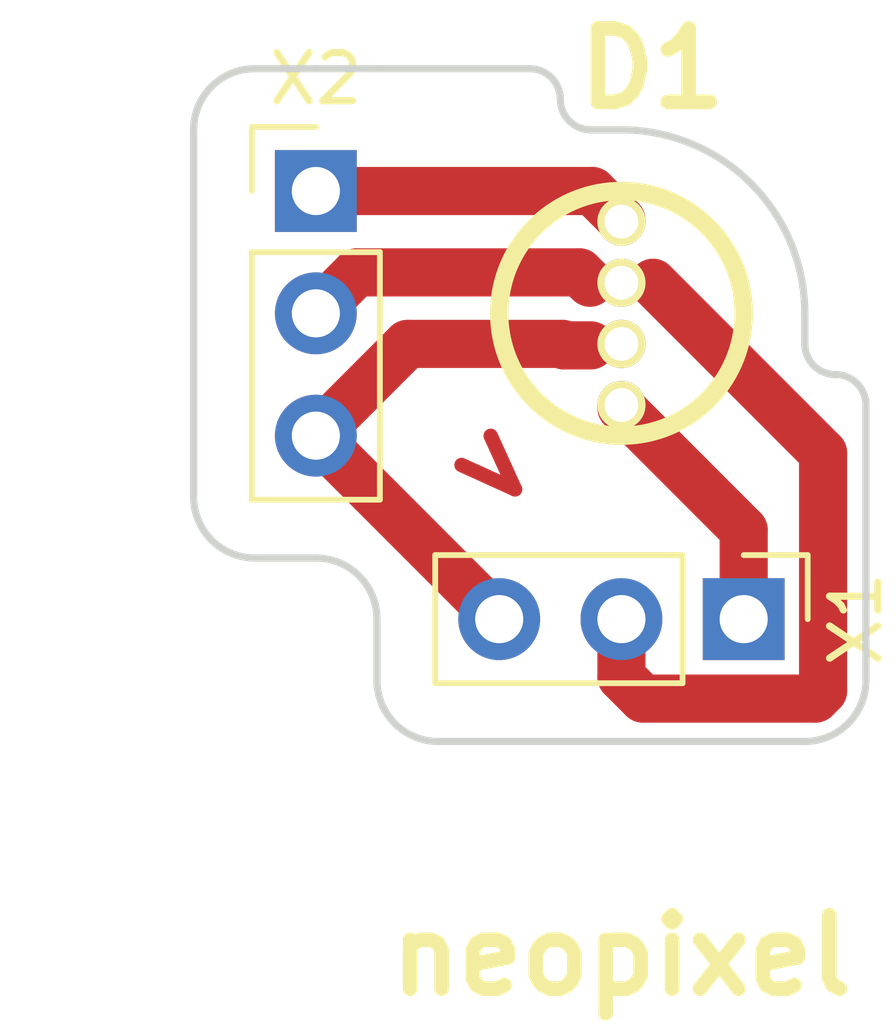
<source format=kicad_pcb>
(kicad_pcb (version 4) (host pcbnew 4.0.5)

  (general
    (links 6)
    (no_connects 3)
    (area 128.465 97.5408 147.65 119.1466)
    (thickness 1.6)
    (drawings 22)
    (tracks 19)
    (zones 0)
    (modules 3)
    (nets 5)
  )

  (page A4)
  (layers
    (0 F.Cu signal)
    (31 B.Cu signal)
    (32 B.Adhes user)
    (33 F.Adhes user)
    (34 B.Paste user)
    (35 F.Paste user)
    (36 B.SilkS user)
    (37 F.SilkS user)
    (38 B.Mask user)
    (39 F.Mask user)
    (40 Dwgs.User user)
    (41 Cmts.User user)
    (42 Eco1.User user)
    (43 Eco2.User user)
    (44 Edge.Cuts user)
    (45 Margin user)
    (46 B.CrtYd user)
    (47 F.CrtYd user)
    (48 B.Fab user)
    (49 F.Fab user)
  )

  (setup
    (last_trace_width 0.25)
    (trace_clearance 0.2)
    (zone_clearance 0.508)
    (zone_45_only no)
    (trace_min 0.2)
    (segment_width 0.2)
    (edge_width 0.15)
    (via_size 1.5)
    (via_drill 0.9)
    (via_min_size 0.4)
    (via_min_drill 0.3)
    (uvia_size 0.3)
    (uvia_drill 0.1)
    (uvias_allowed no)
    (uvia_min_size 0.2)
    (uvia_min_drill 0.1)
    (pcb_text_width 0.3)
    (pcb_text_size 1.5 1.5)
    (mod_edge_width 0.15)
    (mod_text_size 1 1)
    (mod_text_width 0.15)
    (pad_size 1.524 1.524)
    (pad_drill 0.762)
    (pad_to_mask_clearance 0.2)
    (aux_axis_origin 0 0)
    (visible_elements FFFFFF7F)
    (pcbplotparams
      (layerselection 0x01000_00000001)
      (usegerberextensions false)
      (excludeedgelayer true)
      (linewidth 0.100000)
      (plotframeref false)
      (viasonmask false)
      (mode 1)
      (useauxorigin false)
      (hpglpennumber 1)
      (hpglpenspeed 20)
      (hpglpendiameter 15)
      (hpglpenoverlay 2)
      (psnegative false)
      (psa4output false)
      (plotreference true)
      (plotvalue true)
      (plotinvisibletext false)
      (padsonsilk false)
      (subtractmaskfromsilk false)
      (outputformat 1)
      (mirror false)
      (drillshape 0)
      (scaleselection 1)
      (outputdirectory gerber/))
  )

  (net 0 "")
  (net 1 "Net-(D1-Pad1)")
  (net 2 GND)
  (net 3 +5V)
  (net 4 "Net-(D1-Pad4)")

  (net_class Default "This is the default net class."
    (clearance 0.2)
    (trace_width 0.25)
    (via_dia 1.5)
    (via_drill 0.9)
    (uvia_dia 0.3)
    (uvia_drill 0.1)
  )

  (net_class Power ""
    (clearance 0.3)
    (trace_width 1)
    (via_dia 1.5)
    (via_drill 0.9)
    (uvia_dia 0.3)
    (uvia_drill 0.1)
    (add_net +5V)
    (add_net GND)
    (add_net "Net-(D1-Pad1)")
    (add_net "Net-(D1-Pad4)")
  )

  (module LED5_RGB:LED5_RGB (layer F.Cu) (tedit 4C040376) (tstamp 58DD412D)
    (at 141.605 104.14 90)
    (path /58DD3308)
    (fp_text reference D1 (at 5.08 0.635 180) (layer F.SilkS)
      (effects (font (thickness 0.3048)))
    )
    (fp_text value neopixel (at -13.335 0 180) (layer F.SilkS)
      (effects (font (thickness 0.3048)))
    )
    (fp_circle (center 0 0) (end 2.54 0) (layer F.SilkS) (width 0.381))
    (pad 1 thru_hole circle (at -1.905 0 90) (size 1.00076 1.00076) (drill 0.70104) (layers *.Cu *.Mask F.SilkS)
      (net 1 "Net-(D1-Pad1)"))
    (pad 2 thru_hole circle (at -0.635 0 90) (size 1.00076 1.00076) (drill 0.70104) (layers *.Cu *.Mask F.SilkS)
      (net 2 GND))
    (pad 3 thru_hole circle (at 0.635 0 90) (size 1.00076 1.00076) (drill 0.70104) (layers *.Cu *.Mask F.SilkS)
      (net 3 +5V))
    (pad 4 thru_hole circle (at 1.905 0 90) (size 1.00076 1.00076) (drill 0.70104) (layers *.Cu *.Mask F.SilkS)
      (net 4 "Net-(D1-Pad4)"))
    (model userlibs/libraries/packages3d/led5_RGB_vertical-short.wrl
      (at (xyz 0 0 0))
      (scale (xyz 1 1 1))
      (rotate (xyz 0 0 180))
    )
  )

  (module Pin_Headers:Pin_Header_Straight_1x03_Pitch2.54mm (layer F.Cu) (tedit 58CD4EC1) (tstamp 58DD4134)
    (at 144.145 110.49 270)
    (descr "Through hole straight pin header, 1x03, 2.54mm pitch, single row")
    (tags "Through hole pin header THT 1x03 2.54mm single row")
    (path /58DD343F)
    (fp_text reference X1 (at 0 -2.33 270) (layer F.SilkS)
      (effects (font (size 1 1) (thickness 0.15)))
    )
    (fp_text value NeopixelConn (at -6.35 14.605 270) (layer F.Fab)
      (effects (font (size 1 1) (thickness 0.15)))
    )
    (fp_line (start -1.27 -1.27) (end -1.27 6.35) (layer F.Fab) (width 0.1))
    (fp_line (start -1.27 6.35) (end 1.27 6.35) (layer F.Fab) (width 0.1))
    (fp_line (start 1.27 6.35) (end 1.27 -1.27) (layer F.Fab) (width 0.1))
    (fp_line (start 1.27 -1.27) (end -1.27 -1.27) (layer F.Fab) (width 0.1))
    (fp_line (start -1.33 1.27) (end -1.33 6.41) (layer F.SilkS) (width 0.12))
    (fp_line (start -1.33 6.41) (end 1.33 6.41) (layer F.SilkS) (width 0.12))
    (fp_line (start 1.33 6.41) (end 1.33 1.27) (layer F.SilkS) (width 0.12))
    (fp_line (start 1.33 1.27) (end -1.33 1.27) (layer F.SilkS) (width 0.12))
    (fp_line (start -1.33 0) (end -1.33 -1.33) (layer F.SilkS) (width 0.12))
    (fp_line (start -1.33 -1.33) (end 0 -1.33) (layer F.SilkS) (width 0.12))
    (fp_line (start -1.8 -1.8) (end -1.8 6.85) (layer F.CrtYd) (width 0.05))
    (fp_line (start -1.8 6.85) (end 1.8 6.85) (layer F.CrtYd) (width 0.05))
    (fp_line (start 1.8 6.85) (end 1.8 -1.8) (layer F.CrtYd) (width 0.05))
    (fp_line (start 1.8 -1.8) (end -1.8 -1.8) (layer F.CrtYd) (width 0.05))
    (fp_text user %R (at 0 -2.33 270) (layer F.Fab)
      (effects (font (size 1 1) (thickness 0.15)))
    )
    (pad 1 thru_hole rect (at 0 0 270) (size 1.7 1.7) (drill 1) (layers *.Cu *.Mask)
      (net 1 "Net-(D1-Pad1)"))
    (pad 2 thru_hole oval (at 0 2.54 270) (size 1.7 1.7) (drill 1) (layers *.Cu *.Mask)
      (net 3 +5V))
    (pad 3 thru_hole oval (at 0 5.08 270) (size 1.7 1.7) (drill 1) (layers *.Cu *.Mask)
      (net 2 GND))
    (model ${KISYS3DMOD}/Pin_Headers.3dshapes/Pin_Header_Straight_1x03_Pitch2.54mm.wrl
      (at (xyz 0 -0.1 0))
      (scale (xyz 1 1 1))
      (rotate (xyz 0 0 90))
    )
  )

  (module Pin_Headers:Pin_Header_Straight_1x03_Pitch2.54mm (layer F.Cu) (tedit 58CD4EC1) (tstamp 58DD413B)
    (at 135.255 101.6)
    (descr "Through hole straight pin header, 1x03, 2.54mm pitch, single row")
    (tags "Through hole pin header THT 1x03 2.54mm single row")
    (path /58DD34D6)
    (fp_text reference X2 (at 0 -2.33) (layer F.SilkS)
      (effects (font (size 1 1) (thickness 0.15)))
    )
    (fp_text value NeopixelConn (at 0 7.41) (layer F.Fab)
      (effects (font (size 1 1) (thickness 0.15)))
    )
    (fp_line (start -1.27 -1.27) (end -1.27 6.35) (layer F.Fab) (width 0.1))
    (fp_line (start -1.27 6.35) (end 1.27 6.35) (layer F.Fab) (width 0.1))
    (fp_line (start 1.27 6.35) (end 1.27 -1.27) (layer F.Fab) (width 0.1))
    (fp_line (start 1.27 -1.27) (end -1.27 -1.27) (layer F.Fab) (width 0.1))
    (fp_line (start -1.33 1.27) (end -1.33 6.41) (layer F.SilkS) (width 0.12))
    (fp_line (start -1.33 6.41) (end 1.33 6.41) (layer F.SilkS) (width 0.12))
    (fp_line (start 1.33 6.41) (end 1.33 1.27) (layer F.SilkS) (width 0.12))
    (fp_line (start 1.33 1.27) (end -1.33 1.27) (layer F.SilkS) (width 0.12))
    (fp_line (start -1.33 0) (end -1.33 -1.33) (layer F.SilkS) (width 0.12))
    (fp_line (start -1.33 -1.33) (end 0 -1.33) (layer F.SilkS) (width 0.12))
    (fp_line (start -1.8 -1.8) (end -1.8 6.85) (layer F.CrtYd) (width 0.05))
    (fp_line (start -1.8 6.85) (end 1.8 6.85) (layer F.CrtYd) (width 0.05))
    (fp_line (start 1.8 6.85) (end 1.8 -1.8) (layer F.CrtYd) (width 0.05))
    (fp_line (start 1.8 -1.8) (end -1.8 -1.8) (layer F.CrtYd) (width 0.05))
    (fp_text user %R (at 0 -2.33) (layer F.Fab)
      (effects (font (size 1 1) (thickness 0.15)))
    )
    (pad 1 thru_hole rect (at 0 0) (size 1.7 1.7) (drill 1) (layers *.Cu *.Mask)
      (net 4 "Net-(D1-Pad4)"))
    (pad 2 thru_hole oval (at 0 2.54) (size 1.7 1.7) (drill 1) (layers *.Cu *.Mask)
      (net 3 +5V))
    (pad 3 thru_hole oval (at 0 5.08) (size 1.7 1.7) (drill 1) (layers *.Cu *.Mask)
      (net 2 GND))
    (model ${KISYS3DMOD}/Pin_Headers.3dshapes/Pin_Header_Straight_1x03_Pitch2.54mm.wrl
      (at (xyz 0 -0.1 0))
      (scale (xyz 1 1 1))
      (rotate (xyz 0 0 90))
    )
  )

  (gr_text > (at 139.065 107.315 315) (layer F.Cu)
    (effects (font (size 1.5 1.5) (thickness 0.3)))
  )
  (gr_line (start 136.525 99.06) (end 139.7 99.06) (layer Edge.Cuts) (width 0.15))
  (gr_arc (start 139.7 99.695) (end 139.7 99.06) (angle 90) (layer Edge.Cuts) (width 0.15))
  (gr_arc (start 140.97 99.695) (end 140.97 100.33) (angle 90) (layer Edge.Cuts) (width 0.15))
  (gr_line (start 135.89 99.06) (end 136.525 99.06) (layer Edge.Cuts) (width 0.15))
  (gr_line (start 135.255 99.06) (end 135.89 99.06) (layer Edge.Cuts) (width 0.15))
  (gr_arc (start 135.255 110.49) (end 135.255 109.22) (angle 90) (layer Edge.Cuts) (width 0.15))
  (gr_arc (start 137.795 111.76) (end 137.795 113.03) (angle 90) (layer Edge.Cuts) (width 0.15))
  (gr_arc (start 145.415 111.76) (end 146.685 111.76) (angle 90) (layer Edge.Cuts) (width 0.15))
  (gr_arc (start 146.05 106.045) (end 146.05 105.41) (angle 90) (layer Edge.Cuts) (width 0.15))
  (gr_arc (start 146.05 104.775) (end 146.05 105.41) (angle 90) (layer Edge.Cuts) (width 0.15))
  (gr_line (start 141.605 100.33) (end 140.97 100.33) (layer Edge.Cuts) (width 0.15))
  (gr_line (start 145.415 104.14) (end 145.415 104.775) (layer Edge.Cuts) (width 0.15))
  (gr_arc (start 141.605 104.14) (end 141.605 100.33) (angle 90) (layer Edge.Cuts) (width 0.15))
  (gr_line (start 146.685 111.76) (end 146.685 106.045) (layer Edge.Cuts) (width 0.15))
  (gr_line (start 137.795 113.03) (end 145.415 113.03) (layer Edge.Cuts) (width 0.15))
  (gr_line (start 136.525 110.49) (end 136.525 111.76) (layer Edge.Cuts) (width 0.15))
  (gr_line (start 133.985 109.22) (end 135.255 109.22) (layer Edge.Cuts) (width 0.15))
  (gr_line (start 135.255 99.06) (end 133.985 99.06) (layer Edge.Cuts) (width 0.15))
  (gr_arc (start 133.985 100.33) (end 132.715 100.33) (angle 90) (layer Edge.Cuts) (width 0.15))
  (gr_arc (start 133.985 107.95) (end 133.985 109.22) (angle 90) (layer Edge.Cuts) (width 0.15))
  (gr_line (start 132.715 107.95) (end 132.715 100.33) (layer Edge.Cuts) (width 0.15))

  (segment (start 144.145 110.49) (end 144.145 108.64) (width 1) (layer F.Cu) (net 1))
  (segment (start 144.145 108.64) (end 141.605 106.1) (width 1) (layer F.Cu) (net 1))
  (segment (start 141.605 106.1) (end 141.605 106.075381) (width 1) (layer F.Cu) (net 1))
  (segment (start 139.065 110.49) (end 135.255 106.68) (width 1) (layer F.Cu) (net 2))
  (segment (start 140.411953 104.805008) (end 140.97 104.805008) (width 1) (layer F.Cu) (net 2))
  (segment (start 137.16 104.775) (end 140.381945 104.775) (width 1) (layer F.Cu) (net 2))
  (segment (start 140.381945 104.775) (end 140.411953 104.805008) (width 1) (layer F.Cu) (net 2))
  (segment (start 135.255 106.68) (end 137.16 104.775) (width 1) (layer F.Cu) (net 2))
  (segment (start 141.605 110.49) (end 141.605 111.692081) (width 1) (layer F.Cu) (net 3))
  (segment (start 141.605 111.692081) (end 142.05292 112.140001) (width 1) (layer F.Cu) (net 3))
  (segment (start 142.05292 112.140001) (end 145.635001 112.140001) (width 1) (layer F.Cu) (net 3))
  (segment (start 145.635001 112.140001) (end 145.795001 111.980001) (width 1) (layer F.Cu) (net 3))
  (segment (start 145.795001 111.980001) (end 145.795001 107.040436) (width 1) (layer F.Cu) (net 3))
  (segment (start 145.795001 107.040436) (end 142.259565 103.505) (width 1) (layer F.Cu) (net 3))
  (segment (start 135.255 104.14) (end 136.104999 103.290001) (width 1) (layer F.Cu) (net 3))
  (segment (start 136.104999 103.290001) (end 140.735436 103.290001) (width 1) (layer F.Cu) (net 3))
  (segment (start 140.735436 103.290001) (end 140.950435 103.505) (width 1) (layer F.Cu) (net 3))
  (segment (start 135.255 101.6) (end 141.000381 101.6) (width 1) (layer F.Cu) (net 4))
  (segment (start 141.000381 101.6) (end 141.605 102.204619) (width 1) (layer F.Cu) (net 4))

)

</source>
